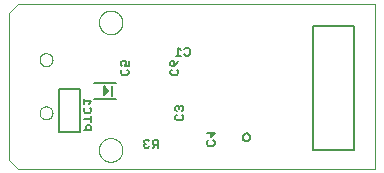
<source format=gbo>
G75*
%MOIN*%
%OFA0B0*%
%FSLAX25Y25*%
%IPPOS*%
%LPD*%
%AMOC8*
5,1,8,0,0,1.08239X$1,22.5*
%
%ADD10C,0.00000*%
%ADD11C,0.00600*%
%ADD12C,0.00500*%
%ADD13C,0.00800*%
D10*
X0058802Y0014831D02*
X0061802Y0011831D01*
X0180849Y0011831D01*
X0180849Y0066949D01*
X0061802Y0066949D01*
X0058802Y0063949D01*
X0058802Y0014831D01*
X0088691Y0018130D02*
X0088693Y0018255D01*
X0088699Y0018380D01*
X0088709Y0018504D01*
X0088723Y0018628D01*
X0088740Y0018752D01*
X0088762Y0018875D01*
X0088788Y0018997D01*
X0088817Y0019119D01*
X0088850Y0019239D01*
X0088888Y0019358D01*
X0088928Y0019477D01*
X0088973Y0019593D01*
X0089021Y0019708D01*
X0089073Y0019822D01*
X0089129Y0019934D01*
X0089188Y0020044D01*
X0089250Y0020152D01*
X0089316Y0020259D01*
X0089385Y0020363D01*
X0089458Y0020464D01*
X0089533Y0020564D01*
X0089612Y0020661D01*
X0089694Y0020755D01*
X0089779Y0020847D01*
X0089866Y0020936D01*
X0089957Y0021022D01*
X0090050Y0021105D01*
X0090146Y0021186D01*
X0090244Y0021263D01*
X0090344Y0021337D01*
X0090447Y0021408D01*
X0090552Y0021475D01*
X0090660Y0021540D01*
X0090769Y0021600D01*
X0090880Y0021658D01*
X0090993Y0021711D01*
X0091107Y0021761D01*
X0091223Y0021808D01*
X0091340Y0021850D01*
X0091459Y0021889D01*
X0091579Y0021925D01*
X0091700Y0021956D01*
X0091822Y0021984D01*
X0091944Y0022007D01*
X0092068Y0022027D01*
X0092192Y0022043D01*
X0092316Y0022055D01*
X0092441Y0022063D01*
X0092566Y0022067D01*
X0092690Y0022067D01*
X0092815Y0022063D01*
X0092940Y0022055D01*
X0093064Y0022043D01*
X0093188Y0022027D01*
X0093312Y0022007D01*
X0093434Y0021984D01*
X0093556Y0021956D01*
X0093677Y0021925D01*
X0093797Y0021889D01*
X0093916Y0021850D01*
X0094033Y0021808D01*
X0094149Y0021761D01*
X0094263Y0021711D01*
X0094376Y0021658D01*
X0094487Y0021600D01*
X0094597Y0021540D01*
X0094704Y0021475D01*
X0094809Y0021408D01*
X0094912Y0021337D01*
X0095012Y0021263D01*
X0095110Y0021186D01*
X0095206Y0021105D01*
X0095299Y0021022D01*
X0095390Y0020936D01*
X0095477Y0020847D01*
X0095562Y0020755D01*
X0095644Y0020661D01*
X0095723Y0020564D01*
X0095798Y0020464D01*
X0095871Y0020363D01*
X0095940Y0020259D01*
X0096006Y0020152D01*
X0096068Y0020044D01*
X0096127Y0019934D01*
X0096183Y0019822D01*
X0096235Y0019708D01*
X0096283Y0019593D01*
X0096328Y0019477D01*
X0096368Y0019358D01*
X0096406Y0019239D01*
X0096439Y0019119D01*
X0096468Y0018997D01*
X0096494Y0018875D01*
X0096516Y0018752D01*
X0096533Y0018628D01*
X0096547Y0018504D01*
X0096557Y0018380D01*
X0096563Y0018255D01*
X0096565Y0018130D01*
X0096563Y0018005D01*
X0096557Y0017880D01*
X0096547Y0017756D01*
X0096533Y0017632D01*
X0096516Y0017508D01*
X0096494Y0017385D01*
X0096468Y0017263D01*
X0096439Y0017141D01*
X0096406Y0017021D01*
X0096368Y0016902D01*
X0096328Y0016783D01*
X0096283Y0016667D01*
X0096235Y0016552D01*
X0096183Y0016438D01*
X0096127Y0016326D01*
X0096068Y0016216D01*
X0096006Y0016108D01*
X0095940Y0016001D01*
X0095871Y0015897D01*
X0095798Y0015796D01*
X0095723Y0015696D01*
X0095644Y0015599D01*
X0095562Y0015505D01*
X0095477Y0015413D01*
X0095390Y0015324D01*
X0095299Y0015238D01*
X0095206Y0015155D01*
X0095110Y0015074D01*
X0095012Y0014997D01*
X0094912Y0014923D01*
X0094809Y0014852D01*
X0094704Y0014785D01*
X0094596Y0014720D01*
X0094487Y0014660D01*
X0094376Y0014602D01*
X0094263Y0014549D01*
X0094149Y0014499D01*
X0094033Y0014452D01*
X0093916Y0014410D01*
X0093797Y0014371D01*
X0093677Y0014335D01*
X0093556Y0014304D01*
X0093434Y0014276D01*
X0093312Y0014253D01*
X0093188Y0014233D01*
X0093064Y0014217D01*
X0092940Y0014205D01*
X0092815Y0014197D01*
X0092690Y0014193D01*
X0092566Y0014193D01*
X0092441Y0014197D01*
X0092316Y0014205D01*
X0092192Y0014217D01*
X0092068Y0014233D01*
X0091944Y0014253D01*
X0091822Y0014276D01*
X0091700Y0014304D01*
X0091579Y0014335D01*
X0091459Y0014371D01*
X0091340Y0014410D01*
X0091223Y0014452D01*
X0091107Y0014499D01*
X0090993Y0014549D01*
X0090880Y0014602D01*
X0090769Y0014660D01*
X0090659Y0014720D01*
X0090552Y0014785D01*
X0090447Y0014852D01*
X0090344Y0014923D01*
X0090244Y0014997D01*
X0090146Y0015074D01*
X0090050Y0015155D01*
X0089957Y0015238D01*
X0089866Y0015324D01*
X0089779Y0015413D01*
X0089694Y0015505D01*
X0089612Y0015599D01*
X0089533Y0015696D01*
X0089458Y0015796D01*
X0089385Y0015897D01*
X0089316Y0016001D01*
X0089250Y0016108D01*
X0089188Y0016216D01*
X0089129Y0016326D01*
X0089073Y0016438D01*
X0089021Y0016552D01*
X0088973Y0016667D01*
X0088928Y0016783D01*
X0088888Y0016902D01*
X0088850Y0017021D01*
X0088817Y0017141D01*
X0088788Y0017263D01*
X0088762Y0017385D01*
X0088740Y0017508D01*
X0088723Y0017632D01*
X0088709Y0017756D01*
X0088699Y0017880D01*
X0088693Y0018005D01*
X0088691Y0018130D01*
X0068920Y0030472D02*
X0068922Y0030565D01*
X0068928Y0030657D01*
X0068938Y0030749D01*
X0068952Y0030840D01*
X0068969Y0030931D01*
X0068991Y0031021D01*
X0069016Y0031110D01*
X0069045Y0031198D01*
X0069078Y0031284D01*
X0069115Y0031369D01*
X0069155Y0031453D01*
X0069199Y0031534D01*
X0069246Y0031614D01*
X0069296Y0031692D01*
X0069350Y0031767D01*
X0069407Y0031840D01*
X0069467Y0031910D01*
X0069530Y0031978D01*
X0069596Y0032043D01*
X0069664Y0032105D01*
X0069735Y0032165D01*
X0069809Y0032221D01*
X0069885Y0032274D01*
X0069963Y0032323D01*
X0070043Y0032370D01*
X0070125Y0032412D01*
X0070209Y0032452D01*
X0070294Y0032487D01*
X0070381Y0032519D01*
X0070469Y0032548D01*
X0070558Y0032572D01*
X0070648Y0032593D01*
X0070739Y0032609D01*
X0070831Y0032622D01*
X0070923Y0032631D01*
X0071016Y0032636D01*
X0071108Y0032637D01*
X0071201Y0032634D01*
X0071293Y0032627D01*
X0071385Y0032616D01*
X0071476Y0032601D01*
X0071567Y0032583D01*
X0071657Y0032560D01*
X0071745Y0032534D01*
X0071833Y0032504D01*
X0071919Y0032470D01*
X0072003Y0032433D01*
X0072086Y0032391D01*
X0072167Y0032347D01*
X0072247Y0032299D01*
X0072324Y0032248D01*
X0072398Y0032193D01*
X0072471Y0032135D01*
X0072541Y0032075D01*
X0072608Y0032011D01*
X0072672Y0031945D01*
X0072734Y0031875D01*
X0072792Y0031804D01*
X0072847Y0031730D01*
X0072899Y0031653D01*
X0072948Y0031574D01*
X0072994Y0031494D01*
X0073036Y0031411D01*
X0073074Y0031327D01*
X0073109Y0031241D01*
X0073140Y0031154D01*
X0073167Y0031066D01*
X0073190Y0030976D01*
X0073210Y0030886D01*
X0073226Y0030795D01*
X0073238Y0030703D01*
X0073246Y0030611D01*
X0073250Y0030518D01*
X0073250Y0030426D01*
X0073246Y0030333D01*
X0073238Y0030241D01*
X0073226Y0030149D01*
X0073210Y0030058D01*
X0073190Y0029968D01*
X0073167Y0029878D01*
X0073140Y0029790D01*
X0073109Y0029703D01*
X0073074Y0029617D01*
X0073036Y0029533D01*
X0072994Y0029450D01*
X0072948Y0029370D01*
X0072899Y0029291D01*
X0072847Y0029214D01*
X0072792Y0029140D01*
X0072734Y0029069D01*
X0072672Y0028999D01*
X0072608Y0028933D01*
X0072541Y0028869D01*
X0072471Y0028809D01*
X0072398Y0028751D01*
X0072324Y0028696D01*
X0072247Y0028645D01*
X0072168Y0028597D01*
X0072086Y0028553D01*
X0072003Y0028511D01*
X0071919Y0028474D01*
X0071833Y0028440D01*
X0071745Y0028410D01*
X0071657Y0028384D01*
X0071567Y0028361D01*
X0071476Y0028343D01*
X0071385Y0028328D01*
X0071293Y0028317D01*
X0071201Y0028310D01*
X0071108Y0028307D01*
X0071016Y0028308D01*
X0070923Y0028313D01*
X0070831Y0028322D01*
X0070739Y0028335D01*
X0070648Y0028351D01*
X0070558Y0028372D01*
X0070469Y0028396D01*
X0070381Y0028425D01*
X0070294Y0028457D01*
X0070209Y0028492D01*
X0070125Y0028532D01*
X0070043Y0028574D01*
X0069963Y0028621D01*
X0069885Y0028670D01*
X0069809Y0028723D01*
X0069735Y0028779D01*
X0069664Y0028839D01*
X0069596Y0028901D01*
X0069530Y0028966D01*
X0069467Y0029034D01*
X0069407Y0029104D01*
X0069350Y0029177D01*
X0069296Y0029252D01*
X0069246Y0029330D01*
X0069199Y0029410D01*
X0069155Y0029491D01*
X0069115Y0029575D01*
X0069078Y0029660D01*
X0069045Y0029746D01*
X0069016Y0029834D01*
X0068991Y0029923D01*
X0068969Y0030013D01*
X0068952Y0030104D01*
X0068938Y0030195D01*
X0068928Y0030287D01*
X0068922Y0030379D01*
X0068920Y0030472D01*
X0068920Y0048189D02*
X0068922Y0048282D01*
X0068928Y0048374D01*
X0068938Y0048466D01*
X0068952Y0048557D01*
X0068969Y0048648D01*
X0068991Y0048738D01*
X0069016Y0048827D01*
X0069045Y0048915D01*
X0069078Y0049001D01*
X0069115Y0049086D01*
X0069155Y0049170D01*
X0069199Y0049251D01*
X0069246Y0049331D01*
X0069296Y0049409D01*
X0069350Y0049484D01*
X0069407Y0049557D01*
X0069467Y0049627D01*
X0069530Y0049695D01*
X0069596Y0049760D01*
X0069664Y0049822D01*
X0069735Y0049882D01*
X0069809Y0049938D01*
X0069885Y0049991D01*
X0069963Y0050040D01*
X0070043Y0050087D01*
X0070125Y0050129D01*
X0070209Y0050169D01*
X0070294Y0050204D01*
X0070381Y0050236D01*
X0070469Y0050265D01*
X0070558Y0050289D01*
X0070648Y0050310D01*
X0070739Y0050326D01*
X0070831Y0050339D01*
X0070923Y0050348D01*
X0071016Y0050353D01*
X0071108Y0050354D01*
X0071201Y0050351D01*
X0071293Y0050344D01*
X0071385Y0050333D01*
X0071476Y0050318D01*
X0071567Y0050300D01*
X0071657Y0050277D01*
X0071745Y0050251D01*
X0071833Y0050221D01*
X0071919Y0050187D01*
X0072003Y0050150D01*
X0072086Y0050108D01*
X0072167Y0050064D01*
X0072247Y0050016D01*
X0072324Y0049965D01*
X0072398Y0049910D01*
X0072471Y0049852D01*
X0072541Y0049792D01*
X0072608Y0049728D01*
X0072672Y0049662D01*
X0072734Y0049592D01*
X0072792Y0049521D01*
X0072847Y0049447D01*
X0072899Y0049370D01*
X0072948Y0049291D01*
X0072994Y0049211D01*
X0073036Y0049128D01*
X0073074Y0049044D01*
X0073109Y0048958D01*
X0073140Y0048871D01*
X0073167Y0048783D01*
X0073190Y0048693D01*
X0073210Y0048603D01*
X0073226Y0048512D01*
X0073238Y0048420D01*
X0073246Y0048328D01*
X0073250Y0048235D01*
X0073250Y0048143D01*
X0073246Y0048050D01*
X0073238Y0047958D01*
X0073226Y0047866D01*
X0073210Y0047775D01*
X0073190Y0047685D01*
X0073167Y0047595D01*
X0073140Y0047507D01*
X0073109Y0047420D01*
X0073074Y0047334D01*
X0073036Y0047250D01*
X0072994Y0047167D01*
X0072948Y0047087D01*
X0072899Y0047008D01*
X0072847Y0046931D01*
X0072792Y0046857D01*
X0072734Y0046786D01*
X0072672Y0046716D01*
X0072608Y0046650D01*
X0072541Y0046586D01*
X0072471Y0046526D01*
X0072398Y0046468D01*
X0072324Y0046413D01*
X0072247Y0046362D01*
X0072168Y0046314D01*
X0072086Y0046270D01*
X0072003Y0046228D01*
X0071919Y0046191D01*
X0071833Y0046157D01*
X0071745Y0046127D01*
X0071657Y0046101D01*
X0071567Y0046078D01*
X0071476Y0046060D01*
X0071385Y0046045D01*
X0071293Y0046034D01*
X0071201Y0046027D01*
X0071108Y0046024D01*
X0071016Y0046025D01*
X0070923Y0046030D01*
X0070831Y0046039D01*
X0070739Y0046052D01*
X0070648Y0046068D01*
X0070558Y0046089D01*
X0070469Y0046113D01*
X0070381Y0046142D01*
X0070294Y0046174D01*
X0070209Y0046209D01*
X0070125Y0046249D01*
X0070043Y0046291D01*
X0069963Y0046338D01*
X0069885Y0046387D01*
X0069809Y0046440D01*
X0069735Y0046496D01*
X0069664Y0046556D01*
X0069596Y0046618D01*
X0069530Y0046683D01*
X0069467Y0046751D01*
X0069407Y0046821D01*
X0069350Y0046894D01*
X0069296Y0046969D01*
X0069246Y0047047D01*
X0069199Y0047127D01*
X0069155Y0047208D01*
X0069115Y0047292D01*
X0069078Y0047377D01*
X0069045Y0047463D01*
X0069016Y0047551D01*
X0068991Y0047640D01*
X0068969Y0047730D01*
X0068952Y0047821D01*
X0068938Y0047912D01*
X0068928Y0048004D01*
X0068922Y0048096D01*
X0068920Y0048189D01*
X0088691Y0060650D02*
X0088693Y0060775D01*
X0088699Y0060900D01*
X0088709Y0061024D01*
X0088723Y0061148D01*
X0088740Y0061272D01*
X0088762Y0061395D01*
X0088788Y0061517D01*
X0088817Y0061639D01*
X0088850Y0061759D01*
X0088888Y0061878D01*
X0088928Y0061997D01*
X0088973Y0062113D01*
X0089021Y0062228D01*
X0089073Y0062342D01*
X0089129Y0062454D01*
X0089188Y0062564D01*
X0089250Y0062672D01*
X0089316Y0062779D01*
X0089385Y0062883D01*
X0089458Y0062984D01*
X0089533Y0063084D01*
X0089612Y0063181D01*
X0089694Y0063275D01*
X0089779Y0063367D01*
X0089866Y0063456D01*
X0089957Y0063542D01*
X0090050Y0063625D01*
X0090146Y0063706D01*
X0090244Y0063783D01*
X0090344Y0063857D01*
X0090447Y0063928D01*
X0090552Y0063995D01*
X0090660Y0064060D01*
X0090769Y0064120D01*
X0090880Y0064178D01*
X0090993Y0064231D01*
X0091107Y0064281D01*
X0091223Y0064328D01*
X0091340Y0064370D01*
X0091459Y0064409D01*
X0091579Y0064445D01*
X0091700Y0064476D01*
X0091822Y0064504D01*
X0091944Y0064527D01*
X0092068Y0064547D01*
X0092192Y0064563D01*
X0092316Y0064575D01*
X0092441Y0064583D01*
X0092566Y0064587D01*
X0092690Y0064587D01*
X0092815Y0064583D01*
X0092940Y0064575D01*
X0093064Y0064563D01*
X0093188Y0064547D01*
X0093312Y0064527D01*
X0093434Y0064504D01*
X0093556Y0064476D01*
X0093677Y0064445D01*
X0093797Y0064409D01*
X0093916Y0064370D01*
X0094033Y0064328D01*
X0094149Y0064281D01*
X0094263Y0064231D01*
X0094376Y0064178D01*
X0094487Y0064120D01*
X0094597Y0064060D01*
X0094704Y0063995D01*
X0094809Y0063928D01*
X0094912Y0063857D01*
X0095012Y0063783D01*
X0095110Y0063706D01*
X0095206Y0063625D01*
X0095299Y0063542D01*
X0095390Y0063456D01*
X0095477Y0063367D01*
X0095562Y0063275D01*
X0095644Y0063181D01*
X0095723Y0063084D01*
X0095798Y0062984D01*
X0095871Y0062883D01*
X0095940Y0062779D01*
X0096006Y0062672D01*
X0096068Y0062564D01*
X0096127Y0062454D01*
X0096183Y0062342D01*
X0096235Y0062228D01*
X0096283Y0062113D01*
X0096328Y0061997D01*
X0096368Y0061878D01*
X0096406Y0061759D01*
X0096439Y0061639D01*
X0096468Y0061517D01*
X0096494Y0061395D01*
X0096516Y0061272D01*
X0096533Y0061148D01*
X0096547Y0061024D01*
X0096557Y0060900D01*
X0096563Y0060775D01*
X0096565Y0060650D01*
X0096563Y0060525D01*
X0096557Y0060400D01*
X0096547Y0060276D01*
X0096533Y0060152D01*
X0096516Y0060028D01*
X0096494Y0059905D01*
X0096468Y0059783D01*
X0096439Y0059661D01*
X0096406Y0059541D01*
X0096368Y0059422D01*
X0096328Y0059303D01*
X0096283Y0059187D01*
X0096235Y0059072D01*
X0096183Y0058958D01*
X0096127Y0058846D01*
X0096068Y0058736D01*
X0096006Y0058628D01*
X0095940Y0058521D01*
X0095871Y0058417D01*
X0095798Y0058316D01*
X0095723Y0058216D01*
X0095644Y0058119D01*
X0095562Y0058025D01*
X0095477Y0057933D01*
X0095390Y0057844D01*
X0095299Y0057758D01*
X0095206Y0057675D01*
X0095110Y0057594D01*
X0095012Y0057517D01*
X0094912Y0057443D01*
X0094809Y0057372D01*
X0094704Y0057305D01*
X0094596Y0057240D01*
X0094487Y0057180D01*
X0094376Y0057122D01*
X0094263Y0057069D01*
X0094149Y0057019D01*
X0094033Y0056972D01*
X0093916Y0056930D01*
X0093797Y0056891D01*
X0093677Y0056855D01*
X0093556Y0056824D01*
X0093434Y0056796D01*
X0093312Y0056773D01*
X0093188Y0056753D01*
X0093064Y0056737D01*
X0092940Y0056725D01*
X0092815Y0056717D01*
X0092690Y0056713D01*
X0092566Y0056713D01*
X0092441Y0056717D01*
X0092316Y0056725D01*
X0092192Y0056737D01*
X0092068Y0056753D01*
X0091944Y0056773D01*
X0091822Y0056796D01*
X0091700Y0056824D01*
X0091579Y0056855D01*
X0091459Y0056891D01*
X0091340Y0056930D01*
X0091223Y0056972D01*
X0091107Y0057019D01*
X0090993Y0057069D01*
X0090880Y0057122D01*
X0090769Y0057180D01*
X0090659Y0057240D01*
X0090552Y0057305D01*
X0090447Y0057372D01*
X0090344Y0057443D01*
X0090244Y0057517D01*
X0090146Y0057594D01*
X0090050Y0057675D01*
X0089957Y0057758D01*
X0089866Y0057844D01*
X0089779Y0057933D01*
X0089694Y0058025D01*
X0089612Y0058119D01*
X0089533Y0058216D01*
X0089458Y0058316D01*
X0089385Y0058417D01*
X0089316Y0058521D01*
X0089250Y0058628D01*
X0089188Y0058736D01*
X0089129Y0058846D01*
X0089073Y0058958D01*
X0089021Y0059072D01*
X0088973Y0059187D01*
X0088928Y0059303D01*
X0088888Y0059422D01*
X0088850Y0059541D01*
X0088817Y0059661D01*
X0088788Y0059783D01*
X0088762Y0059905D01*
X0088740Y0060028D01*
X0088723Y0060152D01*
X0088709Y0060276D01*
X0088699Y0060400D01*
X0088693Y0060525D01*
X0088691Y0060650D01*
D11*
X0115125Y0052178D02*
X0115125Y0049576D01*
X0115992Y0049576D02*
X0114257Y0049576D01*
X0113414Y0047875D02*
X0112980Y0047875D01*
X0112546Y0047441D01*
X0112546Y0046574D01*
X0112980Y0046140D01*
X0113848Y0046140D01*
X0113848Y0047441D01*
X0113414Y0047875D01*
X0114715Y0047008D02*
X0113848Y0046140D01*
X0114715Y0047008D02*
X0115149Y0047875D01*
X0117204Y0050009D02*
X0117637Y0049576D01*
X0118505Y0049576D01*
X0118939Y0050009D01*
X0118939Y0051744D01*
X0118505Y0052178D01*
X0117637Y0052178D01*
X0117204Y0051744D01*
X0115992Y0051310D02*
X0115125Y0052178D01*
X0098649Y0047875D02*
X0098649Y0046140D01*
X0097348Y0046140D01*
X0097781Y0047008D01*
X0097781Y0047441D01*
X0097348Y0047875D01*
X0096480Y0047875D01*
X0096046Y0047441D01*
X0096046Y0046574D01*
X0096480Y0046140D01*
X0096480Y0044929D02*
X0096046Y0044495D01*
X0096046Y0043627D01*
X0096480Y0043194D01*
X0098215Y0043194D01*
X0098649Y0043627D01*
X0098649Y0044495D01*
X0098215Y0044929D01*
X0112546Y0044495D02*
X0112546Y0043627D01*
X0112980Y0043194D01*
X0114715Y0043194D01*
X0115149Y0043627D01*
X0115149Y0044495D01*
X0114715Y0044929D01*
X0112980Y0044929D02*
X0112546Y0044495D01*
X0086204Y0034338D02*
X0083602Y0034338D01*
X0083602Y0035205D02*
X0083602Y0033470D01*
X0085336Y0033470D02*
X0086204Y0034338D01*
X0085770Y0032259D02*
X0086204Y0031825D01*
X0086204Y0030957D01*
X0085770Y0030524D01*
X0084035Y0030524D01*
X0083602Y0030957D01*
X0083602Y0031825D01*
X0084035Y0032259D01*
X0086204Y0029312D02*
X0086204Y0027577D01*
X0086204Y0028445D02*
X0083602Y0028445D01*
X0084903Y0026366D02*
X0084469Y0025932D01*
X0084469Y0024631D01*
X0083602Y0024631D02*
X0086204Y0024631D01*
X0086204Y0025932D01*
X0085770Y0026366D01*
X0084903Y0026366D01*
X0103713Y0021099D02*
X0103713Y0020666D01*
X0104147Y0020232D01*
X0103713Y0019798D01*
X0103713Y0019364D01*
X0104147Y0018931D01*
X0105014Y0018931D01*
X0105448Y0019364D01*
X0106660Y0018931D02*
X0107527Y0019798D01*
X0107094Y0019798D02*
X0108395Y0019798D01*
X0108395Y0018931D02*
X0108395Y0021533D01*
X0107094Y0021533D01*
X0106660Y0021099D01*
X0106660Y0020232D01*
X0107094Y0019798D01*
X0104581Y0020232D02*
X0104147Y0020232D01*
X0103713Y0021099D02*
X0104147Y0021533D01*
X0105014Y0021533D01*
X0105448Y0021099D01*
X0114157Y0028501D02*
X0114157Y0029369D01*
X0114590Y0029803D01*
X0114590Y0031014D02*
X0114157Y0031448D01*
X0114157Y0032315D01*
X0114590Y0032749D01*
X0115024Y0032749D01*
X0115458Y0032315D01*
X0115458Y0031882D01*
X0115458Y0032315D02*
X0115891Y0032749D01*
X0116325Y0032749D01*
X0116759Y0032315D01*
X0116759Y0031448D01*
X0116325Y0031014D01*
X0116325Y0029803D02*
X0116759Y0029369D01*
X0116759Y0028501D01*
X0116325Y0028068D01*
X0114590Y0028068D01*
X0114157Y0028501D01*
X0124657Y0023815D02*
X0127259Y0023815D01*
X0125958Y0022514D01*
X0125958Y0024249D01*
X0126825Y0021303D02*
X0127259Y0020869D01*
X0127259Y0020001D01*
X0126825Y0019568D01*
X0125090Y0019568D01*
X0124657Y0020001D01*
X0124657Y0020869D01*
X0125090Y0021303D01*
D12*
X0094542Y0035272D02*
X0087061Y0035272D01*
X0090250Y0036331D02*
X0090250Y0039331D01*
X0090302Y0039331D02*
X0091802Y0037831D01*
X0090302Y0036331D01*
X0090302Y0039331D01*
X0091802Y0037831D01*
X0090302Y0036331D01*
X0090302Y0036756D02*
X0090727Y0036756D01*
X0090302Y0037255D02*
X0091226Y0037255D01*
X0091724Y0037753D02*
X0090302Y0037753D01*
X0090302Y0038252D02*
X0091380Y0038252D01*
X0090882Y0038750D02*
X0090302Y0038750D01*
X0090302Y0039249D02*
X0090383Y0039249D01*
X0093164Y0039406D02*
X0093164Y0036256D01*
X0094542Y0040390D02*
X0087061Y0040390D01*
X0160026Y0059331D02*
X0160026Y0017992D01*
X0173806Y0017992D01*
X0173806Y0059331D01*
X0160026Y0059331D01*
D13*
X0082345Y0038417D02*
X0082345Y0024244D01*
X0075258Y0024244D01*
X0075258Y0038417D01*
X0082345Y0038417D01*
X0136602Y0022386D02*
X0136604Y0022457D01*
X0136610Y0022528D01*
X0136620Y0022599D01*
X0136634Y0022669D01*
X0136651Y0022738D01*
X0136673Y0022806D01*
X0136698Y0022872D01*
X0136727Y0022938D01*
X0136759Y0023001D01*
X0136795Y0023063D01*
X0136834Y0023122D01*
X0136877Y0023179D01*
X0136923Y0023234D01*
X0136971Y0023286D01*
X0137023Y0023336D01*
X0137077Y0023382D01*
X0137133Y0023425D01*
X0137192Y0023465D01*
X0137253Y0023502D01*
X0137316Y0023535D01*
X0137381Y0023565D01*
X0137447Y0023591D01*
X0137515Y0023614D01*
X0137584Y0023632D01*
X0137654Y0023647D01*
X0137724Y0023658D01*
X0137795Y0023665D01*
X0137866Y0023668D01*
X0137937Y0023667D01*
X0138009Y0023662D01*
X0138079Y0023653D01*
X0138149Y0023640D01*
X0138219Y0023624D01*
X0138287Y0023603D01*
X0138354Y0023579D01*
X0138420Y0023551D01*
X0138483Y0023519D01*
X0138545Y0023484D01*
X0138605Y0023446D01*
X0138663Y0023404D01*
X0138719Y0023359D01*
X0138771Y0023311D01*
X0138821Y0023260D01*
X0138869Y0023207D01*
X0138913Y0023151D01*
X0138954Y0023093D01*
X0138991Y0023032D01*
X0139025Y0022970D01*
X0139056Y0022905D01*
X0139083Y0022839D01*
X0139107Y0022772D01*
X0139126Y0022703D01*
X0139142Y0022634D01*
X0139154Y0022564D01*
X0139162Y0022493D01*
X0139166Y0022422D01*
X0139166Y0022350D01*
X0139162Y0022279D01*
X0139154Y0022208D01*
X0139142Y0022138D01*
X0139126Y0022069D01*
X0139107Y0022000D01*
X0139083Y0021933D01*
X0139056Y0021867D01*
X0139025Y0021802D01*
X0138991Y0021740D01*
X0138954Y0021679D01*
X0138913Y0021621D01*
X0138869Y0021565D01*
X0138821Y0021512D01*
X0138771Y0021461D01*
X0138719Y0021413D01*
X0138663Y0021368D01*
X0138605Y0021326D01*
X0138545Y0021288D01*
X0138483Y0021253D01*
X0138420Y0021221D01*
X0138354Y0021193D01*
X0138287Y0021169D01*
X0138219Y0021148D01*
X0138149Y0021132D01*
X0138079Y0021119D01*
X0138009Y0021110D01*
X0137937Y0021105D01*
X0137866Y0021104D01*
X0137795Y0021107D01*
X0137724Y0021114D01*
X0137654Y0021125D01*
X0137584Y0021140D01*
X0137515Y0021158D01*
X0137447Y0021181D01*
X0137381Y0021207D01*
X0137316Y0021237D01*
X0137253Y0021270D01*
X0137192Y0021307D01*
X0137133Y0021347D01*
X0137077Y0021390D01*
X0137023Y0021436D01*
X0136971Y0021486D01*
X0136923Y0021538D01*
X0136877Y0021593D01*
X0136834Y0021650D01*
X0136795Y0021709D01*
X0136759Y0021771D01*
X0136727Y0021834D01*
X0136698Y0021900D01*
X0136673Y0021966D01*
X0136651Y0022034D01*
X0136634Y0022103D01*
X0136620Y0022173D01*
X0136610Y0022244D01*
X0136604Y0022315D01*
X0136602Y0022386D01*
M02*

</source>
